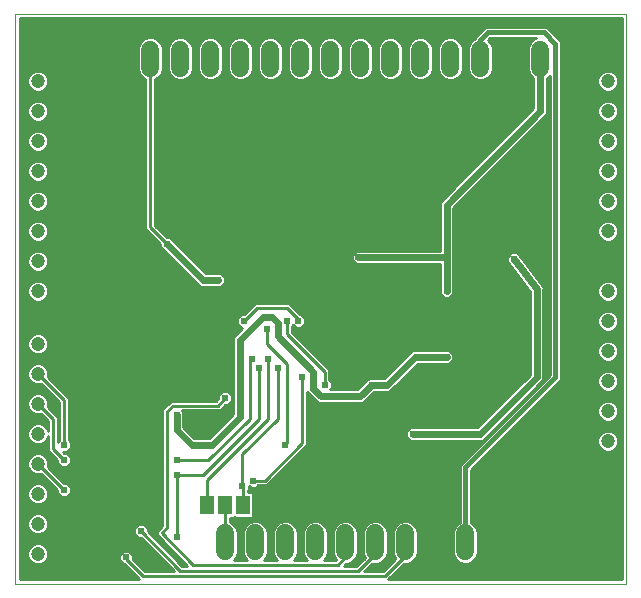
<source format=gbl>
G75*
%MOIN*%
%OFA0B0*%
%FSLAX24Y24*%
%IPPOS*%
%LPD*%
%AMOC8*
5,1,8,0,0,1.08239X$1,22.5*
%
%ADD10C,0.0000*%
%ADD11C,0.0600*%
%ADD12C,0.0472*%
%ADD13R,0.0460X0.0630*%
%ADD14C,0.0238*%
%ADD15C,0.0100*%
%ADD16C,0.0160*%
%ADD17C,0.0240*%
D10*
X000180Y000180D02*
X000180Y019176D01*
X020550Y019176D01*
X020550Y000180D01*
X000180Y000180D01*
D11*
X007180Y001255D02*
X007180Y001855D01*
X008180Y001855D02*
X008180Y001255D01*
X009180Y001255D02*
X009180Y001855D01*
X010180Y001855D02*
X010180Y001255D01*
X011180Y001255D02*
X011180Y001855D01*
X012180Y001855D02*
X012180Y001255D01*
X013180Y001255D02*
X013180Y001855D01*
X014180Y001855D02*
X014180Y001255D01*
X015180Y001255D02*
X015180Y001855D01*
X014680Y017380D02*
X014680Y017980D01*
X013680Y017980D02*
X013680Y017380D01*
X012680Y017380D02*
X012680Y017980D01*
X011680Y017980D02*
X011680Y017380D01*
X010680Y017380D02*
X010680Y017980D01*
X009680Y017980D02*
X009680Y017380D01*
X008680Y017380D02*
X008680Y017980D01*
X007680Y017980D02*
X007680Y017380D01*
X006680Y017380D02*
X006680Y017980D01*
X005680Y017980D02*
X005680Y017380D01*
X004680Y017380D02*
X004680Y017980D01*
X015680Y017980D02*
X015680Y017380D01*
X016680Y017380D02*
X016680Y017980D01*
X017680Y017980D02*
X017680Y017380D01*
D12*
X019930Y016930D03*
X019930Y015930D03*
X019930Y014930D03*
X019930Y013930D03*
X019930Y012930D03*
X019930Y011930D03*
X019930Y009930D03*
X019930Y008930D03*
X019930Y007930D03*
X019930Y006930D03*
X019930Y005930D03*
X019930Y004930D03*
X000930Y005180D03*
X000930Y006180D03*
X000930Y007180D03*
X000930Y008180D03*
X000930Y009930D03*
X000930Y010930D03*
X000930Y011930D03*
X000930Y012930D03*
X000930Y013930D03*
X000930Y014930D03*
X000930Y015930D03*
X000930Y016930D03*
X000930Y004180D03*
X000930Y003180D03*
X000930Y002180D03*
X000930Y001180D03*
D13*
X006580Y002805D03*
X007180Y002805D03*
X007780Y002805D03*
D14*
X007743Y003430D03*
X008118Y003618D03*
X009180Y004805D03*
X010493Y006805D03*
X009743Y007055D03*
X008922Y007375D03*
X008618Y007680D03*
X008305Y007368D03*
X008055Y007680D03*
X007180Y006805D03*
X007180Y006368D03*
X006743Y004805D03*
X005555Y004305D03*
X005555Y003805D03*
X005555Y005805D03*
X003618Y006555D03*
X003618Y007243D03*
X005805Y008618D03*
X006930Y010305D03*
X007805Y008930D03*
X008555Y008680D03*
X009243Y008930D03*
X009618Y008930D03*
X010430Y008180D03*
X011243Y009305D03*
X011618Y011055D03*
X010118Y011930D03*
X013180Y011743D03*
X014555Y009930D03*
X013180Y008868D03*
X013180Y008180D03*
X014555Y007743D03*
X016618Y007430D03*
X016993Y007430D03*
X017555Y007055D03*
X017555Y009180D03*
X016993Y009555D03*
X016618Y009555D03*
X016805Y010993D03*
X016618Y011805D03*
X016993Y011805D03*
X016993Y013805D03*
X016618Y013805D03*
X012055Y006805D03*
X013430Y005180D03*
X013555Y004305D03*
X013555Y003805D03*
X013555Y003305D03*
X005555Y001743D03*
X004368Y001930D03*
X003868Y001055D03*
X001805Y003305D03*
X001805Y004305D03*
X001805Y004805D03*
X003618Y011493D03*
X003618Y012180D03*
X003618Y012868D03*
X003618Y013555D03*
X005243Y011493D03*
D15*
X004680Y012055D01*
X004680Y017680D01*
X005090Y017713D02*
X005270Y017713D01*
X005270Y017615D02*
X005090Y017615D01*
X005090Y017516D02*
X005270Y017516D01*
X005270Y017418D02*
X005090Y017418D01*
X005090Y017319D02*
X005270Y017319D01*
X005270Y017298D02*
X005332Y017148D01*
X005448Y017032D01*
X005598Y016970D01*
X005762Y016970D01*
X005912Y017032D01*
X006028Y017148D01*
X006090Y017298D01*
X006090Y018062D01*
X006028Y018212D01*
X005912Y018328D01*
X005762Y018390D01*
X005598Y018390D01*
X005448Y018328D01*
X005332Y018212D01*
X005270Y018062D01*
X005270Y017298D01*
X005302Y017221D02*
X005058Y017221D01*
X005028Y017148D02*
X005090Y017298D01*
X005090Y018062D01*
X005028Y018212D01*
X004912Y018328D01*
X004762Y018390D01*
X004598Y018390D01*
X004448Y018328D01*
X004332Y018212D01*
X004270Y018062D01*
X004270Y017298D01*
X004332Y017148D01*
X004448Y017032D01*
X004520Y017002D01*
X004520Y011989D01*
X005013Y011496D01*
X005013Y011397D01*
X006335Y010075D01*
X006525Y010075D01*
X007025Y010075D01*
X007160Y010210D01*
X007160Y010400D01*
X007025Y010535D01*
X006525Y010535D01*
X005338Y011722D01*
X005239Y011722D01*
X004840Y012121D01*
X004840Y017002D01*
X004912Y017032D01*
X005028Y017148D01*
X005002Y017122D02*
X005358Y017122D01*
X005469Y017024D02*
X004891Y017024D01*
X004840Y016925D02*
X017450Y016925D01*
X017450Y016827D02*
X004840Y016827D01*
X004840Y016728D02*
X017450Y016728D01*
X017450Y016630D02*
X004840Y016630D01*
X004840Y016531D02*
X017450Y016531D01*
X017450Y016433D02*
X004840Y016433D01*
X004840Y016334D02*
X017450Y016334D01*
X017450Y016236D02*
X004840Y016236D01*
X004840Y016137D02*
X017450Y016137D01*
X017450Y016039D02*
X004840Y016039D01*
X004840Y015940D02*
X017365Y015940D01*
X017450Y016025D02*
X014460Y013035D01*
X014325Y012900D01*
X014325Y011285D01*
X011522Y011285D01*
X011388Y011150D01*
X011388Y010960D01*
X011522Y010825D01*
X014325Y010825D01*
X014325Y009835D01*
X014460Y009700D01*
X014650Y009700D01*
X014785Y009835D01*
X014785Y012710D01*
X017910Y015835D01*
X017910Y017031D01*
X017912Y017032D01*
X017990Y017110D01*
X017990Y007134D01*
X014990Y004134D01*
X014990Y002220D01*
X014948Y002203D01*
X014832Y002087D01*
X014770Y001937D01*
X014770Y001173D01*
X014832Y001023D01*
X014948Y000907D01*
X015098Y000845D01*
X015262Y000845D01*
X015412Y000907D01*
X015528Y001023D01*
X015590Y001173D01*
X015590Y001937D01*
X015528Y002087D01*
X015412Y002203D01*
X015370Y002220D01*
X015370Y003976D01*
X018259Y006865D01*
X018370Y006976D01*
X018370Y018259D01*
X017995Y018634D01*
X017884Y018745D01*
X015851Y018745D01*
X015601Y018495D01*
X015490Y018384D01*
X015490Y018345D01*
X015448Y018328D01*
X015332Y018212D01*
X015270Y018062D01*
X015270Y017298D01*
X015332Y017148D01*
X015448Y017032D01*
X015598Y016970D01*
X015762Y016970D01*
X015912Y017032D01*
X016028Y017148D01*
X016090Y017298D01*
X016090Y018062D01*
X016028Y018212D01*
X015942Y018298D01*
X016009Y018365D01*
X017538Y018365D01*
X017448Y018328D01*
X017332Y018212D01*
X017270Y018062D01*
X017270Y017298D01*
X017332Y017148D01*
X017448Y017032D01*
X017450Y017031D01*
X017450Y016025D01*
X017266Y015842D02*
X004840Y015842D01*
X004840Y015743D02*
X017168Y015743D01*
X017069Y015645D02*
X004840Y015645D01*
X004840Y015546D02*
X016971Y015546D01*
X016872Y015448D02*
X004840Y015448D01*
X004840Y015349D02*
X016774Y015349D01*
X016675Y015251D02*
X004840Y015251D01*
X004840Y015152D02*
X016577Y015152D01*
X016478Y015054D02*
X004840Y015054D01*
X004840Y014955D02*
X016380Y014955D01*
X016281Y014857D02*
X004840Y014857D01*
X004840Y014758D02*
X016183Y014758D01*
X016084Y014660D02*
X004840Y014660D01*
X004840Y014561D02*
X015986Y014561D01*
X015887Y014463D02*
X004840Y014463D01*
X004840Y014364D02*
X015789Y014364D01*
X015690Y014266D02*
X004840Y014266D01*
X004840Y014167D02*
X015592Y014167D01*
X015493Y014069D02*
X004840Y014069D01*
X004840Y013970D02*
X015395Y013970D01*
X015296Y013872D02*
X004840Y013872D01*
X004840Y013773D02*
X015198Y013773D01*
X015099Y013675D02*
X004840Y013675D01*
X004840Y013576D02*
X015001Y013576D01*
X014902Y013478D02*
X004840Y013478D01*
X004840Y013379D02*
X014804Y013379D01*
X014705Y013281D02*
X004840Y013281D01*
X004840Y013182D02*
X014607Y013182D01*
X014508Y013084D02*
X004840Y013084D01*
X004840Y012985D02*
X014410Y012985D01*
X014325Y012887D02*
X004840Y012887D01*
X004840Y012788D02*
X014325Y012788D01*
X014325Y012690D02*
X004840Y012690D01*
X004840Y012591D02*
X014325Y012591D01*
X014325Y012493D02*
X004840Y012493D01*
X004840Y012394D02*
X014325Y012394D01*
X014325Y012296D02*
X004840Y012296D01*
X004840Y012197D02*
X014325Y012197D01*
X014325Y012099D02*
X004863Y012099D01*
X004961Y012000D02*
X014325Y012000D01*
X014325Y011902D02*
X005060Y011902D01*
X005158Y011803D02*
X014325Y011803D01*
X014325Y011705D02*
X005356Y011705D01*
X005454Y011606D02*
X014325Y011606D01*
X014325Y011508D02*
X005553Y011508D01*
X005651Y011409D02*
X014325Y011409D01*
X014325Y011311D02*
X005750Y011311D01*
X005848Y011212D02*
X011449Y011212D01*
X011388Y011114D02*
X005947Y011114D01*
X006045Y011015D02*
X011388Y011015D01*
X011431Y010917D02*
X006144Y010917D01*
X006242Y010818D02*
X014325Y010818D01*
X014325Y010720D02*
X006341Y010720D01*
X006439Y010621D02*
X014325Y010621D01*
X014325Y010523D02*
X007038Y010523D01*
X007136Y010424D02*
X014325Y010424D01*
X014325Y010326D02*
X007160Y010326D01*
X007160Y010227D02*
X014325Y010227D01*
X014325Y010129D02*
X007079Y010129D01*
X006281Y010129D02*
X001221Y010129D01*
X001224Y010126D02*
X001126Y010224D01*
X000999Y010276D01*
X000861Y010276D01*
X000734Y010224D01*
X000636Y010126D01*
X000584Y009999D01*
X000584Y009861D01*
X000636Y009734D01*
X000734Y009636D01*
X000861Y009584D01*
X000999Y009584D01*
X001126Y009636D01*
X001224Y009734D01*
X001276Y009861D01*
X001276Y009999D01*
X001224Y010126D01*
X001263Y010030D02*
X014325Y010030D01*
X014325Y009932D02*
X001276Y009932D01*
X001265Y009833D02*
X014327Y009833D01*
X014425Y009735D02*
X001224Y009735D01*
X001125Y009636D02*
X017325Y009636D01*
X017325Y009538D02*
X000330Y009538D01*
X000330Y009636D02*
X000735Y009636D01*
X000636Y009735D02*
X000330Y009735D01*
X000330Y009833D02*
X000595Y009833D01*
X000584Y009932D02*
X000330Y009932D01*
X000330Y010030D02*
X000597Y010030D01*
X000639Y010129D02*
X000330Y010129D01*
X000330Y010227D02*
X000742Y010227D01*
X000861Y010584D02*
X000734Y010636D01*
X000636Y010734D01*
X000584Y010861D01*
X000584Y010999D01*
X000636Y011126D01*
X000734Y011224D01*
X000861Y011276D01*
X000999Y011276D01*
X001126Y011224D01*
X001224Y011126D01*
X001276Y010999D01*
X001276Y010861D01*
X001224Y010734D01*
X001126Y010636D01*
X000999Y010584D01*
X000861Y010584D01*
X000771Y010621D02*
X000330Y010621D01*
X000330Y010523D02*
X005887Y010523D01*
X005789Y010621D02*
X001089Y010621D01*
X001209Y010720D02*
X005690Y010720D01*
X005592Y010818D02*
X001258Y010818D01*
X001276Y010917D02*
X005493Y010917D01*
X005395Y011015D02*
X001270Y011015D01*
X001229Y011114D02*
X005296Y011114D01*
X005198Y011212D02*
X001138Y011212D01*
X000999Y011584D02*
X001126Y011636D01*
X001224Y011734D01*
X001276Y011861D01*
X001276Y011999D01*
X001224Y012126D01*
X001126Y012224D01*
X000999Y012276D01*
X000861Y012276D01*
X000734Y012224D01*
X000636Y012126D01*
X000584Y011999D01*
X000584Y011861D01*
X000636Y011734D01*
X000734Y011636D01*
X000861Y011584D01*
X000999Y011584D01*
X001053Y011606D02*
X004903Y011606D01*
X005001Y011508D02*
X000330Y011508D01*
X000330Y011606D02*
X000807Y011606D01*
X000666Y011705D02*
X000330Y011705D01*
X000330Y011803D02*
X000608Y011803D01*
X000584Y011902D02*
X000330Y011902D01*
X000330Y012000D02*
X000584Y012000D01*
X000625Y012099D02*
X000330Y012099D01*
X000330Y012197D02*
X000707Y012197D01*
X000330Y012296D02*
X004520Y012296D01*
X004520Y012394D02*
X000330Y012394D01*
X000330Y012493D02*
X004520Y012493D01*
X004520Y012591D02*
X001016Y012591D01*
X000999Y012584D02*
X001126Y012636D01*
X001224Y012734D01*
X001276Y012861D01*
X001276Y012999D01*
X001224Y013126D01*
X001126Y013224D01*
X000999Y013276D01*
X000861Y013276D01*
X000734Y013224D01*
X000636Y013126D01*
X000584Y012999D01*
X000584Y012861D01*
X000636Y012734D01*
X000734Y012636D01*
X000861Y012584D01*
X000999Y012584D01*
X000844Y012591D02*
X000330Y012591D01*
X000330Y012690D02*
X000681Y012690D01*
X000614Y012788D02*
X000330Y012788D01*
X000330Y012887D02*
X000584Y012887D01*
X000584Y012985D02*
X000330Y012985D01*
X000330Y013084D02*
X000619Y013084D01*
X000692Y013182D02*
X000330Y013182D01*
X000330Y013281D02*
X004520Y013281D01*
X004520Y013379D02*
X000330Y013379D01*
X000330Y013478D02*
X004520Y013478D01*
X004520Y013576D02*
X000330Y013576D01*
X000330Y013675D02*
X000696Y013675D01*
X000734Y013636D02*
X000861Y013584D01*
X000999Y013584D01*
X001126Y013636D01*
X001224Y013734D01*
X001276Y013861D01*
X001276Y013999D01*
X001224Y014126D01*
X001126Y014224D01*
X000999Y014276D01*
X000861Y014276D01*
X000734Y014224D01*
X000636Y014126D01*
X000584Y013999D01*
X000584Y013861D01*
X000636Y013734D01*
X000734Y013636D01*
X000620Y013773D02*
X000330Y013773D01*
X000330Y013872D02*
X000584Y013872D01*
X000584Y013970D02*
X000330Y013970D01*
X000330Y014069D02*
X000613Y014069D01*
X000677Y014167D02*
X000330Y014167D01*
X000330Y014266D02*
X000835Y014266D01*
X001025Y014266D02*
X004520Y014266D01*
X004520Y014364D02*
X000330Y014364D01*
X000330Y014463D02*
X004520Y014463D01*
X004520Y014561D02*
X000330Y014561D01*
X000330Y014660D02*
X000711Y014660D01*
X000734Y014636D02*
X000636Y014734D01*
X000584Y014861D01*
X000584Y014999D01*
X000636Y015126D01*
X000734Y015224D01*
X000861Y015276D01*
X000999Y015276D01*
X001126Y015224D01*
X001224Y015126D01*
X001276Y014999D01*
X001276Y014861D01*
X001224Y014734D01*
X001126Y014636D01*
X000999Y014584D01*
X000861Y014584D01*
X000734Y014636D01*
X000626Y014758D02*
X000330Y014758D01*
X000330Y014857D02*
X000586Y014857D01*
X000584Y014955D02*
X000330Y014955D01*
X000330Y015054D02*
X000606Y015054D01*
X000662Y015152D02*
X000330Y015152D01*
X000330Y015251D02*
X000799Y015251D01*
X001061Y015251D02*
X004520Y015251D01*
X004520Y015349D02*
X000330Y015349D01*
X000330Y015448D02*
X004520Y015448D01*
X004520Y015546D02*
X000330Y015546D01*
X000330Y015645D02*
X000726Y015645D01*
X000734Y015636D02*
X000861Y015584D01*
X000999Y015584D01*
X001126Y015636D01*
X001224Y015734D01*
X001276Y015861D01*
X001276Y015999D01*
X001224Y016126D01*
X001126Y016224D01*
X000999Y016276D01*
X000861Y016276D01*
X000734Y016224D01*
X000636Y016126D01*
X000584Y015999D01*
X000584Y015861D01*
X000636Y015734D01*
X000734Y015636D01*
X000633Y015743D02*
X000330Y015743D01*
X000330Y015842D02*
X000592Y015842D01*
X000584Y015940D02*
X000330Y015940D01*
X000330Y016039D02*
X000600Y016039D01*
X000647Y016137D02*
X000330Y016137D01*
X000330Y016236D02*
X000763Y016236D01*
X000861Y016584D02*
X000999Y016584D01*
X001126Y016636D01*
X001224Y016734D01*
X001276Y016861D01*
X001276Y016999D01*
X001224Y017126D01*
X001126Y017224D01*
X000999Y017276D01*
X000861Y017276D01*
X000734Y017224D01*
X000636Y017126D01*
X000584Y016999D01*
X000584Y016861D01*
X000636Y016734D01*
X000734Y016636D01*
X000861Y016584D01*
X000751Y016630D02*
X000330Y016630D01*
X000330Y016728D02*
X000642Y016728D01*
X000598Y016827D02*
X000330Y016827D01*
X000330Y016925D02*
X000584Y016925D01*
X000594Y017024D02*
X000330Y017024D01*
X000330Y017122D02*
X000635Y017122D01*
X000731Y017221D02*
X000330Y017221D01*
X000330Y017319D02*
X004270Y017319D01*
X004270Y017418D02*
X000330Y017418D01*
X000330Y017516D02*
X004270Y017516D01*
X004270Y017615D02*
X000330Y017615D01*
X000330Y017713D02*
X004270Y017713D01*
X004270Y017812D02*
X000330Y017812D01*
X000330Y017910D02*
X004270Y017910D01*
X004270Y018009D02*
X000330Y018009D01*
X000330Y018107D02*
X004289Y018107D01*
X004330Y018206D02*
X000330Y018206D01*
X000330Y018304D02*
X004424Y018304D01*
X004936Y018304D02*
X005424Y018304D01*
X005330Y018206D02*
X005030Y018206D01*
X005071Y018107D02*
X005289Y018107D01*
X005270Y018009D02*
X005090Y018009D01*
X005090Y017910D02*
X005270Y017910D01*
X005270Y017812D02*
X005090Y017812D01*
X005936Y018304D02*
X006424Y018304D01*
X006448Y018328D02*
X006332Y018212D01*
X006270Y018062D01*
X006270Y017298D01*
X006332Y017148D01*
X006448Y017032D01*
X006598Y016970D01*
X006762Y016970D01*
X006912Y017032D01*
X007028Y017148D01*
X007090Y017298D01*
X007090Y018062D01*
X007028Y018212D01*
X006912Y018328D01*
X006762Y018390D01*
X006598Y018390D01*
X006448Y018328D01*
X006330Y018206D02*
X006030Y018206D01*
X006071Y018107D02*
X006289Y018107D01*
X006270Y018009D02*
X006090Y018009D01*
X006090Y017910D02*
X006270Y017910D01*
X006270Y017812D02*
X006090Y017812D01*
X006090Y017713D02*
X006270Y017713D01*
X006270Y017615D02*
X006090Y017615D01*
X006090Y017516D02*
X006270Y017516D01*
X006270Y017418D02*
X006090Y017418D01*
X006090Y017319D02*
X006270Y017319D01*
X006302Y017221D02*
X006058Y017221D01*
X006002Y017122D02*
X006358Y017122D01*
X006469Y017024D02*
X005891Y017024D01*
X006891Y017024D02*
X007469Y017024D01*
X007448Y017032D02*
X007598Y016970D01*
X007762Y016970D01*
X007912Y017032D01*
X008028Y017148D01*
X008090Y017298D01*
X008090Y018062D01*
X008028Y018212D01*
X007912Y018328D01*
X007762Y018390D01*
X007598Y018390D01*
X007448Y018328D01*
X007332Y018212D01*
X007270Y018062D01*
X007270Y017298D01*
X007332Y017148D01*
X007448Y017032D01*
X007358Y017122D02*
X007002Y017122D01*
X007058Y017221D02*
X007302Y017221D01*
X007270Y017319D02*
X007090Y017319D01*
X007090Y017418D02*
X007270Y017418D01*
X007270Y017516D02*
X007090Y017516D01*
X007090Y017615D02*
X007270Y017615D01*
X007270Y017713D02*
X007090Y017713D01*
X007090Y017812D02*
X007270Y017812D01*
X007270Y017910D02*
X007090Y017910D01*
X007090Y018009D02*
X007270Y018009D01*
X007289Y018107D02*
X007071Y018107D01*
X007030Y018206D02*
X007330Y018206D01*
X007424Y018304D02*
X006936Y018304D01*
X007936Y018304D02*
X008424Y018304D01*
X008448Y018328D02*
X008332Y018212D01*
X008270Y018062D01*
X008270Y017298D01*
X008332Y017148D01*
X008448Y017032D01*
X008598Y016970D01*
X008762Y016970D01*
X008912Y017032D01*
X009028Y017148D01*
X009090Y017298D01*
X009090Y018062D01*
X009028Y018212D01*
X008912Y018328D01*
X008762Y018390D01*
X008598Y018390D01*
X008448Y018328D01*
X008330Y018206D02*
X008030Y018206D01*
X008071Y018107D02*
X008289Y018107D01*
X008270Y018009D02*
X008090Y018009D01*
X008090Y017910D02*
X008270Y017910D01*
X008270Y017812D02*
X008090Y017812D01*
X008090Y017713D02*
X008270Y017713D01*
X008270Y017615D02*
X008090Y017615D01*
X008090Y017516D02*
X008270Y017516D01*
X008270Y017418D02*
X008090Y017418D01*
X008090Y017319D02*
X008270Y017319D01*
X008302Y017221D02*
X008058Y017221D01*
X008002Y017122D02*
X008358Y017122D01*
X008469Y017024D02*
X007891Y017024D01*
X008891Y017024D02*
X009469Y017024D01*
X009448Y017032D02*
X009598Y016970D01*
X009762Y016970D01*
X009912Y017032D01*
X010028Y017148D01*
X010090Y017298D01*
X010090Y018062D01*
X010028Y018212D01*
X009912Y018328D01*
X009762Y018390D01*
X009598Y018390D01*
X009448Y018328D01*
X009332Y018212D01*
X009270Y018062D01*
X009270Y017298D01*
X009332Y017148D01*
X009448Y017032D01*
X009358Y017122D02*
X009002Y017122D01*
X009058Y017221D02*
X009302Y017221D01*
X009270Y017319D02*
X009090Y017319D01*
X009090Y017418D02*
X009270Y017418D01*
X009270Y017516D02*
X009090Y017516D01*
X009090Y017615D02*
X009270Y017615D01*
X009270Y017713D02*
X009090Y017713D01*
X009090Y017812D02*
X009270Y017812D01*
X009270Y017910D02*
X009090Y017910D01*
X009090Y018009D02*
X009270Y018009D01*
X009289Y018107D02*
X009071Y018107D01*
X009030Y018206D02*
X009330Y018206D01*
X009424Y018304D02*
X008936Y018304D01*
X009936Y018304D02*
X010424Y018304D01*
X010448Y018328D02*
X010332Y018212D01*
X010270Y018062D01*
X010270Y017298D01*
X010332Y017148D01*
X010448Y017032D01*
X010598Y016970D01*
X010762Y016970D01*
X010912Y017032D01*
X011028Y017148D01*
X011090Y017298D01*
X011090Y018062D01*
X011028Y018212D01*
X010912Y018328D01*
X010762Y018390D01*
X010598Y018390D01*
X010448Y018328D01*
X010330Y018206D02*
X010030Y018206D01*
X010071Y018107D02*
X010289Y018107D01*
X010270Y018009D02*
X010090Y018009D01*
X010090Y017910D02*
X010270Y017910D01*
X010270Y017812D02*
X010090Y017812D01*
X010090Y017713D02*
X010270Y017713D01*
X010270Y017615D02*
X010090Y017615D01*
X010090Y017516D02*
X010270Y017516D01*
X010270Y017418D02*
X010090Y017418D01*
X010090Y017319D02*
X010270Y017319D01*
X010302Y017221D02*
X010058Y017221D01*
X010002Y017122D02*
X010358Y017122D01*
X010469Y017024D02*
X009891Y017024D01*
X010891Y017024D02*
X011469Y017024D01*
X011448Y017032D02*
X011598Y016970D01*
X011762Y016970D01*
X011912Y017032D01*
X012028Y017148D01*
X012090Y017298D01*
X012090Y018062D01*
X012028Y018212D01*
X011912Y018328D01*
X011762Y018390D01*
X011598Y018390D01*
X011448Y018328D01*
X011332Y018212D01*
X011270Y018062D01*
X011270Y017298D01*
X011332Y017148D01*
X011448Y017032D01*
X011358Y017122D02*
X011002Y017122D01*
X011058Y017221D02*
X011302Y017221D01*
X011270Y017319D02*
X011090Y017319D01*
X011090Y017418D02*
X011270Y017418D01*
X011270Y017516D02*
X011090Y017516D01*
X011090Y017615D02*
X011270Y017615D01*
X011270Y017713D02*
X011090Y017713D01*
X011090Y017812D02*
X011270Y017812D01*
X011270Y017910D02*
X011090Y017910D01*
X011090Y018009D02*
X011270Y018009D01*
X011289Y018107D02*
X011071Y018107D01*
X011030Y018206D02*
X011330Y018206D01*
X011424Y018304D02*
X010936Y018304D01*
X011936Y018304D02*
X012424Y018304D01*
X012448Y018328D02*
X012332Y018212D01*
X012270Y018062D01*
X012270Y017298D01*
X012332Y017148D01*
X012448Y017032D01*
X012598Y016970D01*
X012762Y016970D01*
X012912Y017032D01*
X013028Y017148D01*
X013090Y017298D01*
X013090Y018062D01*
X013028Y018212D01*
X012912Y018328D01*
X012762Y018390D01*
X012598Y018390D01*
X012448Y018328D01*
X012330Y018206D02*
X012030Y018206D01*
X012071Y018107D02*
X012289Y018107D01*
X012270Y018009D02*
X012090Y018009D01*
X012090Y017910D02*
X012270Y017910D01*
X012270Y017812D02*
X012090Y017812D01*
X012090Y017713D02*
X012270Y017713D01*
X012270Y017615D02*
X012090Y017615D01*
X012090Y017516D02*
X012270Y017516D01*
X012270Y017418D02*
X012090Y017418D01*
X012090Y017319D02*
X012270Y017319D01*
X012302Y017221D02*
X012058Y017221D01*
X012002Y017122D02*
X012358Y017122D01*
X012469Y017024D02*
X011891Y017024D01*
X012891Y017024D02*
X013469Y017024D01*
X013448Y017032D02*
X013598Y016970D01*
X013762Y016970D01*
X013912Y017032D01*
X014028Y017148D01*
X014090Y017298D01*
X014090Y018062D01*
X014028Y018212D01*
X013912Y018328D01*
X013762Y018390D01*
X013598Y018390D01*
X013448Y018328D01*
X013332Y018212D01*
X013270Y018062D01*
X013270Y017298D01*
X013332Y017148D01*
X013448Y017032D01*
X013358Y017122D02*
X013002Y017122D01*
X013058Y017221D02*
X013302Y017221D01*
X013270Y017319D02*
X013090Y017319D01*
X013090Y017418D02*
X013270Y017418D01*
X013270Y017516D02*
X013090Y017516D01*
X013090Y017615D02*
X013270Y017615D01*
X013270Y017713D02*
X013090Y017713D01*
X013090Y017812D02*
X013270Y017812D01*
X013270Y017910D02*
X013090Y017910D01*
X013090Y018009D02*
X013270Y018009D01*
X013289Y018107D02*
X013071Y018107D01*
X013030Y018206D02*
X013330Y018206D01*
X013424Y018304D02*
X012936Y018304D01*
X013936Y018304D02*
X014424Y018304D01*
X014448Y018328D02*
X014332Y018212D01*
X014270Y018062D01*
X014270Y017298D01*
X014332Y017148D01*
X014448Y017032D01*
X014598Y016970D01*
X014762Y016970D01*
X014912Y017032D01*
X015028Y017148D01*
X015090Y017298D01*
X015090Y018062D01*
X015028Y018212D01*
X014912Y018328D01*
X014762Y018390D01*
X014598Y018390D01*
X014448Y018328D01*
X014330Y018206D02*
X014030Y018206D01*
X014071Y018107D02*
X014289Y018107D01*
X014270Y018009D02*
X014090Y018009D01*
X014090Y017910D02*
X014270Y017910D01*
X014270Y017812D02*
X014090Y017812D01*
X014090Y017713D02*
X014270Y017713D01*
X014270Y017615D02*
X014090Y017615D01*
X014090Y017516D02*
X014270Y017516D01*
X014270Y017418D02*
X014090Y017418D01*
X014090Y017319D02*
X014270Y017319D01*
X014302Y017221D02*
X014058Y017221D01*
X014002Y017122D02*
X014358Y017122D01*
X014469Y017024D02*
X013891Y017024D01*
X014891Y017024D02*
X015469Y017024D01*
X015358Y017122D02*
X015002Y017122D01*
X015058Y017221D02*
X015302Y017221D01*
X015270Y017319D02*
X015090Y017319D01*
X015090Y017418D02*
X015270Y017418D01*
X015270Y017516D02*
X015090Y017516D01*
X015090Y017615D02*
X015270Y017615D01*
X015270Y017713D02*
X015090Y017713D01*
X015090Y017812D02*
X015270Y017812D01*
X015270Y017910D02*
X015090Y017910D01*
X015090Y018009D02*
X015270Y018009D01*
X015289Y018107D02*
X015071Y018107D01*
X015030Y018206D02*
X015330Y018206D01*
X015424Y018304D02*
X014936Y018304D01*
X015509Y018403D02*
X000330Y018403D01*
X000330Y018501D02*
X015607Y018501D01*
X015706Y018600D02*
X000330Y018600D01*
X000330Y018698D02*
X015804Y018698D01*
X015948Y018304D02*
X017424Y018304D01*
X017330Y018206D02*
X016030Y018206D01*
X016071Y018107D02*
X017289Y018107D01*
X017270Y018009D02*
X016090Y018009D01*
X016090Y017910D02*
X017270Y017910D01*
X017270Y017812D02*
X016090Y017812D01*
X016090Y017713D02*
X017270Y017713D01*
X017270Y017615D02*
X016090Y017615D01*
X016090Y017516D02*
X017270Y017516D01*
X017270Y017418D02*
X016090Y017418D01*
X016090Y017319D02*
X017270Y017319D01*
X017302Y017221D02*
X016058Y017221D01*
X016002Y017122D02*
X017358Y017122D01*
X017450Y017024D02*
X015891Y017024D01*
X017424Y015349D02*
X017990Y015349D01*
X017990Y015251D02*
X017326Y015251D01*
X017227Y015152D02*
X017990Y015152D01*
X017990Y015054D02*
X017129Y015054D01*
X017030Y014955D02*
X017990Y014955D01*
X017990Y014857D02*
X016932Y014857D01*
X016833Y014758D02*
X017990Y014758D01*
X017990Y014660D02*
X016735Y014660D01*
X016636Y014561D02*
X017990Y014561D01*
X017990Y014463D02*
X016538Y014463D01*
X016439Y014364D02*
X017990Y014364D01*
X017990Y014266D02*
X016341Y014266D01*
X016242Y014167D02*
X017990Y014167D01*
X017990Y014069D02*
X016144Y014069D01*
X016045Y013970D02*
X017990Y013970D01*
X017990Y013872D02*
X015947Y013872D01*
X015848Y013773D02*
X017990Y013773D01*
X017990Y013675D02*
X015750Y013675D01*
X015651Y013576D02*
X017990Y013576D01*
X017990Y013478D02*
X015553Y013478D01*
X015454Y013379D02*
X017990Y013379D01*
X017990Y013281D02*
X015356Y013281D01*
X015257Y013182D02*
X017990Y013182D01*
X017990Y013084D02*
X015159Y013084D01*
X015060Y012985D02*
X017990Y012985D01*
X017990Y012887D02*
X014962Y012887D01*
X014863Y012788D02*
X017990Y012788D01*
X017990Y012690D02*
X014785Y012690D01*
X014785Y012591D02*
X017990Y012591D01*
X017990Y012493D02*
X014785Y012493D01*
X014785Y012394D02*
X017990Y012394D01*
X017990Y012296D02*
X014785Y012296D01*
X014785Y012197D02*
X017990Y012197D01*
X017990Y012099D02*
X014785Y012099D01*
X014785Y012000D02*
X017990Y012000D01*
X017990Y011902D02*
X014785Y011902D01*
X014785Y011803D02*
X017990Y011803D01*
X017990Y011705D02*
X014785Y011705D01*
X014785Y011606D02*
X017990Y011606D01*
X017990Y011508D02*
X014785Y011508D01*
X014785Y011409D02*
X017990Y011409D01*
X017990Y011311D02*
X014785Y011311D01*
X014785Y011212D02*
X016701Y011212D01*
X016710Y011222D02*
X016659Y011171D01*
X016591Y011119D01*
X016588Y011099D01*
X016576Y011087D01*
X016576Y011015D01*
X014785Y011015D01*
X014785Y010917D02*
X016574Y010917D01*
X016576Y010915D02*
X016576Y010898D01*
X016627Y010847D01*
X017325Y009916D01*
X017325Y007150D01*
X015585Y005410D01*
X013335Y005410D01*
X013200Y005275D01*
X013200Y005085D01*
X013335Y004950D01*
X015775Y004950D01*
X015910Y005085D01*
X017785Y006960D01*
X017785Y007150D01*
X017785Y009085D01*
X017785Y009976D01*
X017796Y010054D01*
X017785Y010069D01*
X017785Y010088D01*
X017729Y010144D01*
X017034Y011070D01*
X017034Y011087D01*
X016983Y011138D01*
X016932Y011207D01*
X016912Y011210D01*
X016900Y011222D01*
X016828Y011222D01*
X016743Y011234D01*
X016727Y011222D01*
X016710Y011222D01*
X016590Y011114D02*
X014785Y011114D01*
X014785Y010818D02*
X016648Y010818D01*
X016576Y010915D02*
X016564Y010931D01*
X016576Y011015D01*
X016722Y010720D02*
X014785Y010720D01*
X014785Y010621D02*
X016796Y010621D01*
X016870Y010523D02*
X014785Y010523D01*
X014785Y010424D02*
X016944Y010424D01*
X017018Y010326D02*
X014785Y010326D01*
X014785Y010227D02*
X017092Y010227D01*
X017165Y010129D02*
X014785Y010129D01*
X014785Y010030D02*
X017239Y010030D01*
X017313Y009932D02*
X014785Y009932D01*
X014783Y009833D02*
X017325Y009833D01*
X017325Y009735D02*
X014685Y009735D01*
X014650Y007972D02*
X013397Y007972D01*
X013263Y007838D01*
X012460Y007035D01*
X011960Y007035D01*
X011585Y006660D01*
X010671Y006660D01*
X010722Y006710D01*
X010722Y006900D01*
X010652Y006969D01*
X010652Y007309D01*
X010559Y007402D01*
X009402Y008559D01*
X009402Y008766D01*
X009430Y008794D01*
X009523Y008701D01*
X009712Y008701D01*
X009847Y008835D01*
X009847Y009025D01*
X009712Y009159D01*
X009677Y009159D01*
X009309Y009527D01*
X008176Y009527D01*
X008083Y009434D01*
X007808Y009159D01*
X007710Y009159D01*
X007576Y009025D01*
X007576Y008835D01*
X007710Y008701D01*
X007751Y008701D01*
X007585Y008535D01*
X007450Y008400D01*
X007450Y005838D01*
X006647Y005035D01*
X006150Y005035D01*
X005785Y005400D01*
X005785Y005900D01*
X005728Y005958D01*
X006996Y005958D01*
X007090Y006051D01*
X007090Y006051D01*
X007177Y006138D01*
X007275Y006138D01*
X007409Y006273D01*
X007409Y006462D01*
X007275Y006597D01*
X007085Y006597D01*
X006951Y006462D01*
X006951Y006365D01*
X006864Y006277D01*
X005364Y006277D01*
X005270Y006184D01*
X005083Y005996D01*
X005083Y002121D01*
X004895Y001934D01*
X004895Y001801D01*
X004989Y001708D01*
X005919Y000777D01*
X005746Y000777D01*
X004597Y001927D01*
X004597Y002025D01*
X004462Y002159D01*
X004273Y002159D01*
X004138Y002025D01*
X004138Y001835D01*
X004273Y001701D01*
X004370Y001701D01*
X005481Y000590D01*
X004496Y000590D01*
X004097Y000990D01*
X004097Y001150D01*
X003962Y001284D01*
X003773Y001284D01*
X003638Y001150D01*
X003638Y000960D01*
X003773Y000826D01*
X003808Y000826D01*
X004304Y000330D01*
X000330Y000330D01*
X000330Y019026D01*
X020400Y019026D01*
X020400Y000330D01*
X012619Y000330D01*
X012652Y000364D01*
X013134Y000845D01*
X013262Y000845D01*
X013412Y000907D01*
X013528Y001023D01*
X013590Y001173D01*
X013590Y001937D01*
X013528Y002087D01*
X013412Y002203D01*
X013262Y002265D01*
X013098Y002265D01*
X012948Y002203D01*
X012832Y002087D01*
X012770Y001937D01*
X012770Y001173D01*
X012832Y001023D01*
X012846Y001009D01*
X012426Y000590D01*
X011816Y000590D01*
X012079Y000853D01*
X012098Y000845D01*
X012262Y000845D01*
X012412Y000907D01*
X012528Y001023D01*
X012590Y001173D01*
X012590Y001937D01*
X012528Y002087D01*
X012412Y002203D01*
X012262Y002265D01*
X012098Y002265D01*
X011948Y002203D01*
X011832Y002087D01*
X011770Y001937D01*
X011770Y001173D01*
X011822Y001048D01*
X011551Y000777D01*
X011129Y000777D01*
X011196Y000845D01*
X011262Y000845D01*
X011412Y000907D01*
X011528Y001023D01*
X011590Y001173D01*
X011590Y001937D01*
X011528Y002087D01*
X011412Y002203D01*
X011262Y002265D01*
X011098Y002265D01*
X010948Y002203D01*
X010832Y002087D01*
X010770Y001937D01*
X010770Y001173D01*
X010832Y001023D01*
X010877Y000978D01*
X010864Y000965D01*
X010470Y000965D01*
X010528Y001023D01*
X010590Y001173D01*
X010590Y001937D01*
X010528Y002087D01*
X010412Y002203D01*
X010262Y002265D01*
X010098Y002265D01*
X009948Y002203D01*
X009832Y002087D01*
X009770Y001937D01*
X009770Y001173D01*
X009832Y001023D01*
X009890Y000965D01*
X009470Y000965D01*
X009528Y001023D01*
X009590Y001173D01*
X009590Y001937D01*
X009528Y002087D01*
X009412Y002203D01*
X009262Y002265D01*
X009098Y002265D01*
X008948Y002203D01*
X008832Y002087D01*
X008770Y001937D01*
X008770Y001173D01*
X008832Y001023D01*
X008890Y000965D01*
X008470Y000965D01*
X008528Y001023D01*
X008590Y001173D01*
X008590Y001937D01*
X008528Y002087D01*
X008412Y002203D01*
X008262Y002265D01*
X008098Y002265D01*
X007948Y002203D01*
X007832Y002087D01*
X007770Y001937D01*
X007770Y001173D01*
X007832Y001023D01*
X007890Y000965D01*
X007470Y000965D01*
X007528Y001023D01*
X007590Y001173D01*
X007590Y001937D01*
X007528Y002087D01*
X007412Y002203D01*
X007340Y002233D01*
X007340Y002380D01*
X007456Y002380D01*
X007480Y002404D01*
X007504Y002380D01*
X008056Y002380D01*
X008120Y002444D01*
X008120Y003166D01*
X008056Y003230D01*
X007940Y003230D01*
X007940Y003304D01*
X007972Y003335D01*
X007972Y003440D01*
X008023Y003388D01*
X008212Y003388D01*
X008281Y003458D01*
X008559Y003458D01*
X009809Y004708D01*
X009902Y004801D01*
X009902Y006570D01*
X010138Y006335D01*
X010272Y006200D01*
X011775Y006200D01*
X012150Y006575D01*
X012650Y006575D01*
X012785Y006710D01*
X013588Y007513D01*
X014650Y007513D01*
X014785Y007647D01*
X014785Y007838D01*
X014650Y007972D01*
X014661Y007962D02*
X017325Y007962D01*
X017325Y008060D02*
X009901Y008060D01*
X009803Y008159D02*
X017325Y008159D01*
X017325Y008257D02*
X009704Y008257D01*
X009606Y008356D02*
X017325Y008356D01*
X017325Y008454D02*
X009507Y008454D01*
X009409Y008553D02*
X017325Y008553D01*
X017325Y008651D02*
X009402Y008651D01*
X009402Y008750D02*
X009474Y008750D01*
X009618Y008930D02*
X009618Y008993D01*
X009243Y009368D01*
X008243Y009368D01*
X007805Y008930D01*
X007576Y008947D02*
X000330Y008947D01*
X000330Y009045D02*
X007596Y009045D01*
X007695Y009144D02*
X000330Y009144D01*
X000330Y009242D02*
X007891Y009242D01*
X007989Y009341D02*
X000330Y009341D01*
X000330Y009439D02*
X008088Y009439D01*
X007576Y008848D02*
X000330Y008848D01*
X000330Y008750D02*
X007662Y008750D01*
X007701Y008651D02*
X000330Y008651D01*
X000330Y008553D02*
X007602Y008553D01*
X007504Y008454D02*
X001146Y008454D01*
X001126Y008474D02*
X000999Y008526D01*
X000861Y008526D01*
X000734Y008474D01*
X000636Y008376D01*
X000584Y008249D01*
X000584Y008111D01*
X000636Y007984D01*
X000734Y007886D01*
X000861Y007834D01*
X000999Y007834D01*
X001126Y007886D01*
X001224Y007984D01*
X001276Y008111D01*
X001276Y008249D01*
X001224Y008376D01*
X001126Y008474D01*
X001232Y008356D02*
X007450Y008356D01*
X007450Y008257D02*
X001273Y008257D01*
X001276Y008159D02*
X007450Y008159D01*
X007450Y008060D02*
X001255Y008060D01*
X001201Y007962D02*
X007450Y007962D01*
X007450Y007863D02*
X001069Y007863D01*
X000791Y007863D02*
X000330Y007863D01*
X000330Y007765D02*
X007450Y007765D01*
X007450Y007666D02*
X000330Y007666D01*
X000330Y007568D02*
X007450Y007568D01*
X007450Y007469D02*
X001131Y007469D01*
X001126Y007474D02*
X000999Y007526D01*
X000861Y007526D01*
X000734Y007474D01*
X000636Y007376D01*
X000584Y007249D01*
X000584Y007111D01*
X000636Y006984D01*
X000734Y006886D01*
X000861Y006834D01*
X000999Y006834D01*
X001035Y006849D01*
X001645Y006239D01*
X001645Y004969D01*
X001590Y004914D01*
X001590Y005746D01*
X001261Y006075D01*
X001276Y006111D01*
X001276Y006249D01*
X001224Y006376D01*
X001126Y006474D01*
X000999Y006526D01*
X000861Y006526D01*
X000734Y006474D01*
X000636Y006376D01*
X000584Y006249D01*
X000584Y006111D01*
X000636Y005984D01*
X000734Y005886D01*
X000861Y005834D01*
X000999Y005834D01*
X001035Y005849D01*
X001270Y005614D01*
X001270Y005264D01*
X001224Y005376D01*
X001126Y005474D01*
X000999Y005526D01*
X000861Y005526D01*
X000734Y005474D01*
X000636Y005376D01*
X000584Y005249D01*
X000584Y005111D01*
X000636Y004984D01*
X000734Y004886D01*
X000861Y004834D01*
X000999Y004834D01*
X001126Y004886D01*
X001224Y004984D01*
X001270Y005096D01*
X001270Y004614D01*
X001364Y004520D01*
X001576Y004308D01*
X001576Y004210D01*
X001710Y004076D01*
X001900Y004076D01*
X002034Y004210D01*
X002034Y004400D01*
X001900Y004534D01*
X001802Y004534D01*
X001760Y004576D01*
X001900Y004576D01*
X002034Y004710D01*
X002034Y004900D01*
X001965Y004969D01*
X001965Y006371D01*
X001261Y007075D01*
X001276Y007111D01*
X001276Y007249D01*
X001224Y007376D01*
X001126Y007474D01*
X001226Y007371D02*
X007450Y007371D01*
X007450Y007272D02*
X001267Y007272D01*
X001276Y007174D02*
X007450Y007174D01*
X007450Y007075D02*
X001261Y007075D01*
X001360Y006977D02*
X007450Y006977D01*
X007450Y006878D02*
X001458Y006878D01*
X001557Y006780D02*
X007450Y006780D01*
X007450Y006681D02*
X001655Y006681D01*
X001754Y006583D02*
X007071Y006583D01*
X006973Y006484D02*
X001852Y006484D01*
X001951Y006386D02*
X006951Y006386D01*
X006873Y006287D02*
X001965Y006287D01*
X001965Y006189D02*
X005275Y006189D01*
X005176Y006090D02*
X001965Y006090D01*
X001965Y005992D02*
X005083Y005992D01*
X005083Y005893D02*
X001965Y005893D01*
X001965Y005795D02*
X005083Y005795D01*
X005083Y005696D02*
X001965Y005696D01*
X001965Y005598D02*
X005083Y005598D01*
X005083Y005499D02*
X001965Y005499D01*
X001965Y005401D02*
X005083Y005401D01*
X005083Y005302D02*
X001965Y005302D01*
X001965Y005204D02*
X005083Y005204D01*
X005083Y005105D02*
X001965Y005105D01*
X001965Y005007D02*
X005083Y005007D01*
X005083Y004908D02*
X002026Y004908D01*
X002034Y004810D02*
X005083Y004810D01*
X005083Y004711D02*
X002034Y004711D01*
X001936Y004613D02*
X005083Y004613D01*
X005083Y004514D02*
X001920Y004514D01*
X002018Y004416D02*
X005083Y004416D01*
X005083Y004317D02*
X002034Y004317D01*
X002034Y004219D02*
X005083Y004219D01*
X005083Y004120D02*
X001944Y004120D01*
X001805Y004305D02*
X001430Y004680D01*
X001430Y005680D01*
X000930Y006180D01*
X000646Y006386D02*
X000330Y006386D01*
X000330Y006484D02*
X000759Y006484D01*
X000600Y006287D02*
X000330Y006287D01*
X000330Y006189D02*
X000584Y006189D01*
X000593Y006090D02*
X000330Y006090D01*
X000330Y005992D02*
X000633Y005992D01*
X000727Y005893D02*
X000330Y005893D01*
X000330Y005795D02*
X001089Y005795D01*
X001188Y005696D02*
X000330Y005696D01*
X000330Y005598D02*
X001270Y005598D01*
X001270Y005499D02*
X001065Y005499D01*
X001199Y005401D02*
X001270Y005401D01*
X001270Y005302D02*
X001254Y005302D01*
X001233Y005007D02*
X001270Y005007D01*
X001270Y004908D02*
X001148Y004908D01*
X001270Y004810D02*
X000330Y004810D01*
X000330Y004908D02*
X000712Y004908D01*
X000627Y005007D02*
X000330Y005007D01*
X000330Y005105D02*
X000586Y005105D01*
X000584Y005204D02*
X000330Y005204D01*
X000330Y005302D02*
X000606Y005302D01*
X000661Y005401D02*
X000330Y005401D01*
X000330Y005499D02*
X000795Y005499D01*
X001345Y005992D02*
X001645Y005992D01*
X001645Y006090D02*
X001267Y006090D01*
X001276Y006189D02*
X001645Y006189D01*
X001597Y006287D02*
X001260Y006287D01*
X001214Y006386D02*
X001498Y006386D01*
X001400Y006484D02*
X001101Y006484D01*
X001203Y006681D02*
X000330Y006681D01*
X000330Y006583D02*
X001301Y006583D01*
X001104Y006780D02*
X000330Y006780D01*
X000330Y006878D02*
X000754Y006878D01*
X000644Y006977D02*
X000330Y006977D01*
X000330Y007075D02*
X000599Y007075D01*
X000584Y007174D02*
X000330Y007174D01*
X000330Y007272D02*
X000593Y007272D01*
X000634Y007371D02*
X000330Y007371D01*
X000330Y007469D02*
X000729Y007469D01*
X000930Y007180D02*
X001805Y006305D01*
X001805Y004805D01*
X001645Y005007D02*
X001590Y005007D01*
X001590Y005105D02*
X001645Y005105D01*
X001645Y005204D02*
X001590Y005204D01*
X001590Y005302D02*
X001645Y005302D01*
X001645Y005401D02*
X001590Y005401D01*
X001590Y005499D02*
X001645Y005499D01*
X001645Y005598D02*
X001590Y005598D01*
X001590Y005696D02*
X001645Y005696D01*
X001645Y005795D02*
X001542Y005795D01*
X001443Y005893D02*
X001645Y005893D01*
X001270Y004711D02*
X000330Y004711D01*
X000330Y004613D02*
X001271Y004613D01*
X001370Y004514D02*
X001028Y004514D01*
X000999Y004526D02*
X000861Y004526D01*
X000734Y004474D01*
X000636Y004376D01*
X000584Y004249D01*
X000584Y004111D01*
X000636Y003984D01*
X000734Y003886D01*
X000861Y003834D01*
X000999Y003834D01*
X001035Y003849D01*
X001576Y003308D01*
X001576Y003210D01*
X001710Y003076D01*
X001900Y003076D01*
X002034Y003210D01*
X002034Y003400D01*
X001900Y003534D01*
X001802Y003534D01*
X001261Y004075D01*
X001276Y004111D01*
X001276Y004249D01*
X001224Y004376D01*
X001126Y004474D01*
X000999Y004526D01*
X000832Y004514D02*
X000330Y004514D01*
X000330Y004416D02*
X000676Y004416D01*
X000612Y004317D02*
X000330Y004317D01*
X000330Y004219D02*
X000584Y004219D01*
X000584Y004120D02*
X000330Y004120D01*
X000330Y004022D02*
X000621Y004022D01*
X000697Y003923D02*
X000330Y003923D01*
X000330Y003825D02*
X001059Y003825D01*
X001158Y003726D02*
X000330Y003726D01*
X000330Y003628D02*
X001256Y003628D01*
X001355Y003529D02*
X000330Y003529D01*
X000330Y003431D02*
X000691Y003431D01*
X000734Y003474D02*
X000636Y003376D01*
X000584Y003249D01*
X000584Y003111D01*
X000636Y002984D01*
X000734Y002886D01*
X000861Y002834D01*
X000999Y002834D01*
X001126Y002886D01*
X001224Y002984D01*
X001276Y003111D01*
X001276Y003249D01*
X001224Y003376D01*
X001126Y003474D01*
X000999Y003526D01*
X000861Y003526D01*
X000734Y003474D01*
X000618Y003332D02*
X000330Y003332D01*
X000330Y003234D02*
X000584Y003234D01*
X000584Y003135D02*
X000330Y003135D01*
X000330Y003037D02*
X000615Y003037D01*
X000682Y002938D02*
X000330Y002938D01*
X000330Y002840D02*
X000847Y002840D01*
X001013Y002840D02*
X005083Y002840D01*
X005083Y002938D02*
X001178Y002938D01*
X001245Y003037D02*
X005083Y003037D01*
X005083Y003135D02*
X001959Y003135D01*
X002034Y003234D02*
X005083Y003234D01*
X005083Y003332D02*
X002034Y003332D01*
X002003Y003431D02*
X005083Y003431D01*
X005083Y003529D02*
X001905Y003529D01*
X001709Y003628D02*
X005083Y003628D01*
X005083Y003726D02*
X001610Y003726D01*
X001512Y003825D02*
X005083Y003825D01*
X005083Y003923D02*
X001413Y003923D01*
X001315Y004022D02*
X005083Y004022D01*
X005555Y003805D02*
X005555Y001743D01*
X005236Y001461D02*
X005063Y001461D01*
X005137Y001559D02*
X004965Y001559D01*
X005039Y001658D02*
X004866Y001658D01*
X004940Y001756D02*
X004768Y001756D01*
X004669Y001855D02*
X004895Y001855D01*
X004914Y001953D02*
X004597Y001953D01*
X004570Y002052D02*
X005013Y002052D01*
X005083Y002150D02*
X004471Y002150D01*
X004264Y002150D02*
X001276Y002150D01*
X001276Y002111D02*
X001224Y001984D01*
X001126Y001886D01*
X000999Y001834D01*
X000861Y001834D01*
X000734Y001886D01*
X000636Y001984D01*
X000584Y002111D01*
X000584Y002249D01*
X000636Y002376D01*
X000734Y002474D01*
X000861Y002526D01*
X000999Y002526D01*
X001126Y002474D01*
X001224Y002376D01*
X001276Y002249D01*
X001276Y002111D01*
X001252Y002052D02*
X004165Y002052D01*
X004138Y001953D02*
X001193Y001953D01*
X001049Y001855D02*
X004138Y001855D01*
X004218Y001756D02*
X000330Y001756D01*
X000330Y001658D02*
X004414Y001658D01*
X004512Y001559D02*
X000330Y001559D01*
X000330Y001461D02*
X000721Y001461D01*
X000734Y001474D02*
X000636Y001376D01*
X000584Y001249D01*
X000584Y001111D01*
X000636Y000984D01*
X000734Y000886D01*
X000861Y000834D01*
X000999Y000834D01*
X001126Y000886D01*
X001224Y000984D01*
X001276Y001111D01*
X001276Y001249D01*
X001224Y001376D01*
X001126Y001474D01*
X000999Y001526D01*
X000861Y001526D01*
X000734Y001474D01*
X000631Y001362D02*
X000330Y001362D01*
X000330Y001264D02*
X000590Y001264D01*
X000584Y001165D02*
X000330Y001165D01*
X000330Y001067D02*
X000602Y001067D01*
X000652Y000968D02*
X000330Y000968D01*
X000330Y000870D02*
X000775Y000870D01*
X001085Y000870D02*
X003729Y000870D01*
X003638Y000968D02*
X001208Y000968D01*
X001258Y001067D02*
X003638Y001067D01*
X003654Y001165D02*
X001276Y001165D01*
X001270Y001264D02*
X003752Y001264D01*
X003868Y001055D02*
X003868Y000993D01*
X004430Y000430D01*
X012493Y000430D01*
X013180Y001118D01*
X013180Y001555D01*
X013590Y001559D02*
X014770Y001559D01*
X014770Y001461D02*
X013590Y001461D01*
X013590Y001362D02*
X014770Y001362D01*
X014770Y001264D02*
X013590Y001264D01*
X013587Y001165D02*
X014773Y001165D01*
X014814Y001067D02*
X013546Y001067D01*
X013473Y000968D02*
X014887Y000968D01*
X015039Y000870D02*
X013321Y000870D01*
X013060Y000771D02*
X020400Y000771D01*
X020400Y000673D02*
X012961Y000673D01*
X012863Y000574D02*
X020400Y000574D01*
X020400Y000476D02*
X012764Y000476D01*
X012666Y000377D02*
X020400Y000377D01*
X020400Y000870D02*
X015321Y000870D01*
X015473Y000968D02*
X020400Y000968D01*
X020400Y001067D02*
X015546Y001067D01*
X015587Y001165D02*
X020400Y001165D01*
X020400Y001264D02*
X015590Y001264D01*
X015590Y001362D02*
X020400Y001362D01*
X020400Y001461D02*
X015590Y001461D01*
X015590Y001559D02*
X020400Y001559D01*
X020400Y001658D02*
X015590Y001658D01*
X015590Y001756D02*
X020400Y001756D01*
X020400Y001855D02*
X015590Y001855D01*
X015583Y001953D02*
X020400Y001953D01*
X020400Y002052D02*
X015542Y002052D01*
X015465Y002150D02*
X020400Y002150D01*
X020400Y002249D02*
X015370Y002249D01*
X015370Y002347D02*
X020400Y002347D01*
X020400Y002446D02*
X015370Y002446D01*
X015370Y002544D02*
X020400Y002544D01*
X020400Y002643D02*
X015370Y002643D01*
X015370Y002741D02*
X020400Y002741D01*
X020400Y002840D02*
X015370Y002840D01*
X015370Y002938D02*
X020400Y002938D01*
X020400Y003037D02*
X015370Y003037D01*
X015370Y003135D02*
X020400Y003135D01*
X020400Y003234D02*
X015370Y003234D01*
X015370Y003332D02*
X020400Y003332D01*
X020400Y003431D02*
X015370Y003431D01*
X015370Y003529D02*
X020400Y003529D01*
X020400Y003628D02*
X015370Y003628D01*
X015370Y003726D02*
X020400Y003726D01*
X020400Y003825D02*
X015370Y003825D01*
X015370Y003923D02*
X020400Y003923D01*
X020400Y004022D02*
X015415Y004022D01*
X015514Y004120D02*
X020400Y004120D01*
X020400Y004219D02*
X015612Y004219D01*
X015711Y004317D02*
X020400Y004317D01*
X020400Y004416D02*
X015809Y004416D01*
X015908Y004514D02*
X020400Y004514D01*
X020400Y004613D02*
X020068Y004613D01*
X020126Y004636D02*
X020224Y004734D01*
X020276Y004861D01*
X020276Y004999D01*
X020224Y005126D01*
X020126Y005224D01*
X019999Y005276D01*
X019861Y005276D01*
X019734Y005224D01*
X019636Y005126D01*
X019584Y004999D01*
X019584Y004861D01*
X019636Y004734D01*
X019734Y004636D01*
X019861Y004584D01*
X019999Y004584D01*
X020126Y004636D01*
X020201Y004711D02*
X020400Y004711D01*
X020400Y004810D02*
X020255Y004810D01*
X020276Y004908D02*
X020400Y004908D01*
X020400Y005007D02*
X020273Y005007D01*
X020232Y005105D02*
X020400Y005105D01*
X020400Y005204D02*
X020146Y005204D01*
X020400Y005302D02*
X016696Y005302D01*
X016794Y005401D02*
X020400Y005401D01*
X020400Y005499D02*
X016893Y005499D01*
X016991Y005598D02*
X019828Y005598D01*
X019861Y005584D02*
X019999Y005584D01*
X020126Y005636D01*
X020224Y005734D01*
X020276Y005861D01*
X020276Y005999D01*
X020224Y006126D01*
X020126Y006224D01*
X019999Y006276D01*
X019861Y006276D01*
X019734Y006224D01*
X019636Y006126D01*
X019584Y005999D01*
X019584Y005861D01*
X019636Y005734D01*
X019734Y005636D01*
X019861Y005584D01*
X020032Y005598D02*
X020400Y005598D01*
X020400Y005696D02*
X020186Y005696D01*
X020249Y005795D02*
X020400Y005795D01*
X020400Y005893D02*
X020276Y005893D01*
X020276Y005992D02*
X020400Y005992D01*
X020400Y006090D02*
X020238Y006090D01*
X020161Y006189D02*
X020400Y006189D01*
X020400Y006287D02*
X017681Y006287D01*
X017779Y006386D02*
X020400Y006386D01*
X020400Y006484D02*
X017878Y006484D01*
X017976Y006583D02*
X020400Y006583D01*
X020400Y006681D02*
X020171Y006681D01*
X020126Y006636D02*
X020224Y006734D01*
X020276Y006861D01*
X020276Y006999D01*
X020224Y007126D01*
X020126Y007224D01*
X019999Y007276D01*
X019861Y007276D01*
X019734Y007224D01*
X019636Y007126D01*
X019584Y006999D01*
X019584Y006861D01*
X019636Y006734D01*
X019734Y006636D01*
X019861Y006584D01*
X019999Y006584D01*
X020126Y006636D01*
X020242Y006780D02*
X020400Y006780D01*
X020400Y006878D02*
X020276Y006878D01*
X020276Y006977D02*
X020400Y006977D01*
X020400Y007075D02*
X020245Y007075D01*
X020176Y007174D02*
X020400Y007174D01*
X020400Y007272D02*
X020009Y007272D01*
X019851Y007272D02*
X018370Y007272D01*
X018370Y007174D02*
X019684Y007174D01*
X019615Y007075D02*
X018370Y007075D01*
X018370Y006977D02*
X019584Y006977D01*
X019584Y006878D02*
X018272Y006878D01*
X018173Y006780D02*
X019618Y006780D01*
X019689Y006681D02*
X018075Y006681D01*
X017833Y006977D02*
X017785Y006977D01*
X017785Y007075D02*
X017931Y007075D01*
X017990Y007174D02*
X017785Y007174D01*
X017785Y007272D02*
X017990Y007272D01*
X017990Y007371D02*
X017785Y007371D01*
X017785Y007469D02*
X017990Y007469D01*
X017990Y007568D02*
X017785Y007568D01*
X017785Y007666D02*
X017990Y007666D01*
X017990Y007765D02*
X017785Y007765D01*
X017785Y007863D02*
X017990Y007863D01*
X017990Y007962D02*
X017785Y007962D01*
X017785Y008060D02*
X017990Y008060D01*
X017990Y008159D02*
X017785Y008159D01*
X017785Y008257D02*
X017990Y008257D01*
X017990Y008356D02*
X017785Y008356D01*
X017785Y008454D02*
X017990Y008454D01*
X017990Y008553D02*
X017785Y008553D01*
X017785Y008651D02*
X017990Y008651D01*
X017990Y008750D02*
X017785Y008750D01*
X017785Y008848D02*
X017990Y008848D01*
X017990Y008947D02*
X017785Y008947D01*
X017785Y009045D02*
X017990Y009045D01*
X017990Y009144D02*
X017785Y009144D01*
X017785Y009242D02*
X017990Y009242D01*
X017990Y009341D02*
X017785Y009341D01*
X017785Y009439D02*
X017990Y009439D01*
X017990Y009538D02*
X017785Y009538D01*
X017785Y009636D02*
X017990Y009636D01*
X017990Y009735D02*
X017785Y009735D01*
X017785Y009833D02*
X017990Y009833D01*
X017990Y009932D02*
X017785Y009932D01*
X017793Y010030D02*
X017990Y010030D01*
X017990Y010129D02*
X017744Y010129D01*
X017667Y010227D02*
X017990Y010227D01*
X017990Y010326D02*
X017593Y010326D01*
X017519Y010424D02*
X017990Y010424D01*
X017990Y010523D02*
X017445Y010523D01*
X017371Y010621D02*
X017990Y010621D01*
X017990Y010720D02*
X017297Y010720D01*
X017223Y010818D02*
X017990Y010818D01*
X017990Y010917D02*
X017149Y010917D01*
X017076Y011015D02*
X017990Y011015D01*
X017990Y011114D02*
X017008Y011114D01*
X016909Y011212D02*
X017990Y011212D01*
X018370Y011212D02*
X020400Y011212D01*
X020400Y011114D02*
X018370Y011114D01*
X018370Y011015D02*
X020400Y011015D01*
X020400Y010917D02*
X018370Y010917D01*
X018370Y010818D02*
X020400Y010818D01*
X020400Y010720D02*
X018370Y010720D01*
X018370Y010621D02*
X020400Y010621D01*
X020400Y010523D02*
X018370Y010523D01*
X018370Y010424D02*
X020400Y010424D01*
X020400Y010326D02*
X018370Y010326D01*
X018370Y010227D02*
X019742Y010227D01*
X019734Y010224D02*
X019636Y010126D01*
X019584Y009999D01*
X019584Y009861D01*
X019636Y009734D01*
X019734Y009636D01*
X019861Y009584D01*
X019999Y009584D01*
X020126Y009636D01*
X020224Y009734D01*
X020276Y009861D01*
X020276Y009999D01*
X020224Y010126D01*
X020126Y010224D01*
X019999Y010276D01*
X019861Y010276D01*
X019734Y010224D01*
X019639Y010129D02*
X018370Y010129D01*
X018370Y010030D02*
X019597Y010030D01*
X019584Y009932D02*
X018370Y009932D01*
X018370Y009833D02*
X019595Y009833D01*
X019636Y009735D02*
X018370Y009735D01*
X018370Y009636D02*
X019735Y009636D01*
X019861Y009276D02*
X019734Y009224D01*
X019636Y009126D01*
X019584Y008999D01*
X019584Y008861D01*
X019636Y008734D01*
X019734Y008636D01*
X019861Y008584D01*
X019999Y008584D01*
X020126Y008636D01*
X020224Y008734D01*
X020276Y008861D01*
X020276Y008999D01*
X020224Y009126D01*
X020126Y009224D01*
X019999Y009276D01*
X019861Y009276D01*
X019779Y009242D02*
X018370Y009242D01*
X018370Y009144D02*
X019654Y009144D01*
X019603Y009045D02*
X018370Y009045D01*
X018370Y008947D02*
X019584Y008947D01*
X019589Y008848D02*
X018370Y008848D01*
X018370Y008750D02*
X019630Y008750D01*
X019719Y008651D02*
X018370Y008651D01*
X018370Y008553D02*
X020400Y008553D01*
X020400Y008651D02*
X020141Y008651D01*
X020230Y008750D02*
X020400Y008750D01*
X020400Y008848D02*
X020271Y008848D01*
X020276Y008947D02*
X020400Y008947D01*
X020400Y009045D02*
X020257Y009045D01*
X020206Y009144D02*
X020400Y009144D01*
X020400Y009242D02*
X020081Y009242D01*
X020400Y009341D02*
X018370Y009341D01*
X018370Y009439D02*
X020400Y009439D01*
X020400Y009538D02*
X018370Y009538D01*
X017325Y009439D02*
X009397Y009439D01*
X009496Y009341D02*
X017325Y009341D01*
X017325Y009242D02*
X009594Y009242D01*
X009728Y009144D02*
X017325Y009144D01*
X017325Y009045D02*
X009826Y009045D01*
X009847Y008947D02*
X017325Y008947D01*
X017325Y008848D02*
X009847Y008848D01*
X009761Y008750D02*
X017325Y008750D01*
X017325Y007863D02*
X014760Y007863D01*
X014785Y007765D02*
X017325Y007765D01*
X017325Y007666D02*
X014785Y007666D01*
X014705Y007568D02*
X017325Y007568D01*
X017325Y007469D02*
X013544Y007469D01*
X013446Y007371D02*
X017325Y007371D01*
X017325Y007272D02*
X013347Y007272D01*
X013249Y007174D02*
X017325Y007174D01*
X017250Y007075D02*
X013150Y007075D01*
X013052Y006977D02*
X017151Y006977D01*
X017053Y006878D02*
X012953Y006878D01*
X012855Y006780D02*
X016954Y006780D01*
X016856Y006681D02*
X012756Y006681D01*
X012658Y006583D02*
X016757Y006583D01*
X016659Y006484D02*
X012059Y006484D01*
X011961Y006386D02*
X016560Y006386D01*
X016462Y006287D02*
X011862Y006287D01*
X011606Y006681D02*
X010692Y006681D01*
X010722Y006780D02*
X011704Y006780D01*
X011803Y006878D02*
X010722Y006878D01*
X010652Y006977D02*
X011901Y006977D01*
X012500Y007075D02*
X010652Y007075D01*
X010652Y007174D02*
X012598Y007174D01*
X012697Y007272D02*
X010652Y007272D01*
X010591Y007371D02*
X012795Y007371D01*
X012894Y007469D02*
X010492Y007469D01*
X010394Y007568D02*
X012992Y007568D01*
X013091Y007666D02*
X010295Y007666D01*
X010197Y007765D02*
X013189Y007765D01*
X013263Y007838D02*
X013263Y007838D01*
X013288Y007863D02*
X010098Y007863D01*
X010000Y007962D02*
X013386Y007962D01*
X013325Y005401D02*
X009902Y005401D01*
X009902Y005499D02*
X015674Y005499D01*
X015772Y005598D02*
X009902Y005598D01*
X009902Y005696D02*
X015871Y005696D01*
X015969Y005795D02*
X009902Y005795D01*
X009902Y005893D02*
X016068Y005893D01*
X016166Y005992D02*
X009902Y005992D01*
X009902Y006090D02*
X016265Y006090D01*
X016363Y006189D02*
X009902Y006189D01*
X009902Y006287D02*
X010185Y006287D01*
X010087Y006386D02*
X009902Y006386D01*
X009902Y006484D02*
X009988Y006484D01*
X009743Y007055D02*
X009743Y004868D01*
X008493Y003618D01*
X008118Y003618D01*
X008254Y003431D02*
X014990Y003431D01*
X014990Y003529D02*
X008630Y003529D01*
X008729Y003628D02*
X014990Y003628D01*
X014990Y003726D02*
X008827Y003726D01*
X008926Y003825D02*
X014990Y003825D01*
X014990Y003923D02*
X009024Y003923D01*
X009123Y004022D02*
X014990Y004022D01*
X014990Y004120D02*
X009221Y004120D01*
X009320Y004219D02*
X015075Y004219D01*
X015173Y004317D02*
X009418Y004317D01*
X009517Y004416D02*
X015272Y004416D01*
X015370Y004514D02*
X009615Y004514D01*
X009714Y004613D02*
X015469Y004613D01*
X015567Y004711D02*
X009812Y004711D01*
X009902Y004810D02*
X015666Y004810D01*
X015764Y004908D02*
X009902Y004908D01*
X009902Y005007D02*
X013278Y005007D01*
X013200Y005105D02*
X009902Y005105D01*
X009902Y005204D02*
X013200Y005204D01*
X013227Y005302D02*
X009902Y005302D01*
X009243Y004868D02*
X009180Y004805D01*
X009243Y004868D02*
X009243Y007493D01*
X008555Y008180D01*
X008555Y008680D01*
X009243Y008493D02*
X009243Y008930D01*
X009243Y008493D02*
X010493Y007243D01*
X010493Y006805D01*
X008922Y007375D02*
X008922Y005672D01*
X007743Y004493D01*
X007743Y003430D01*
X007780Y003393D01*
X007780Y002805D01*
X008120Y002840D02*
X014990Y002840D01*
X014990Y002938D02*
X008120Y002938D01*
X008120Y003037D02*
X014990Y003037D01*
X014990Y003135D02*
X008120Y003135D01*
X007940Y003234D02*
X014990Y003234D01*
X014990Y003332D02*
X007968Y003332D01*
X007972Y003431D02*
X007981Y003431D01*
X008120Y002741D02*
X014990Y002741D01*
X014990Y002643D02*
X008120Y002643D01*
X008120Y002544D02*
X014990Y002544D01*
X014990Y002446D02*
X008120Y002446D01*
X008059Y002249D02*
X007340Y002249D01*
X007340Y002347D02*
X014990Y002347D01*
X014990Y002249D02*
X013301Y002249D01*
X013465Y002150D02*
X014895Y002150D01*
X014818Y002052D02*
X013542Y002052D01*
X013583Y001953D02*
X014777Y001953D01*
X014770Y001855D02*
X013590Y001855D01*
X013590Y001756D02*
X014770Y001756D01*
X014770Y001658D02*
X013590Y001658D01*
X013059Y002249D02*
X012301Y002249D01*
X012465Y002150D02*
X012895Y002150D01*
X012818Y002052D02*
X012542Y002052D01*
X012583Y001953D02*
X012777Y001953D01*
X012770Y001855D02*
X012590Y001855D01*
X012590Y001756D02*
X012770Y001756D01*
X012770Y001658D02*
X012590Y001658D01*
X012590Y001559D02*
X012770Y001559D01*
X012770Y001461D02*
X012590Y001461D01*
X012590Y001362D02*
X012770Y001362D01*
X012770Y001264D02*
X012590Y001264D01*
X012587Y001165D02*
X012773Y001165D01*
X012814Y001067D02*
X012546Y001067D01*
X012473Y000968D02*
X012804Y000968D01*
X012706Y000870D02*
X012321Y000870D01*
X012509Y000673D02*
X011899Y000673D01*
X011997Y000771D02*
X012607Y000771D01*
X012180Y001180D02*
X011618Y000618D01*
X005680Y000618D01*
X004368Y001930D01*
X004611Y001461D02*
X001139Y001461D01*
X001229Y001362D02*
X004709Y001362D01*
X004808Y001264D02*
X003983Y001264D01*
X004081Y001165D02*
X004906Y001165D01*
X005005Y001067D02*
X004097Y001067D01*
X004118Y000968D02*
X005103Y000968D01*
X005202Y000870D02*
X004217Y000870D01*
X004315Y000771D02*
X005300Y000771D01*
X005399Y000673D02*
X004414Y000673D01*
X004158Y000476D02*
X000330Y000476D01*
X000330Y000574D02*
X004060Y000574D01*
X003961Y000673D02*
X000330Y000673D01*
X000330Y000771D02*
X003863Y000771D01*
X004257Y000377D02*
X000330Y000377D01*
X000330Y001855D02*
X000811Y001855D01*
X000667Y001953D02*
X000330Y001953D01*
X000330Y002052D02*
X000608Y002052D01*
X000584Y002150D02*
X000330Y002150D01*
X000330Y002249D02*
X000584Y002249D01*
X000624Y002347D02*
X000330Y002347D01*
X000330Y002446D02*
X000706Y002446D01*
X000330Y002544D02*
X005083Y002544D01*
X005083Y002446D02*
X001154Y002446D01*
X001236Y002347D02*
X005083Y002347D01*
X005083Y002249D02*
X001276Y002249D01*
X001276Y003135D02*
X001651Y003135D01*
X001576Y003234D02*
X001276Y003234D01*
X001242Y003332D02*
X001552Y003332D01*
X001453Y003431D02*
X001169Y003431D01*
X001805Y003305D02*
X000930Y004180D01*
X001248Y004317D02*
X001567Y004317D01*
X001576Y004219D02*
X001276Y004219D01*
X001276Y004120D02*
X001666Y004120D01*
X001468Y004416D02*
X001184Y004416D01*
X000330Y002741D02*
X005083Y002741D01*
X005083Y002643D02*
X000330Y002643D01*
X005055Y001868D02*
X005243Y002055D01*
X005243Y005930D01*
X005430Y006118D01*
X006930Y006118D01*
X007180Y006368D01*
X007409Y006386D02*
X007450Y006386D01*
X007450Y006484D02*
X007387Y006484D01*
X007450Y006583D02*
X007289Y006583D01*
X007409Y006287D02*
X007450Y006287D01*
X007450Y006189D02*
X007325Y006189D01*
X007450Y006090D02*
X007129Y006090D01*
X007030Y005992D02*
X007450Y005992D01*
X007450Y005893D02*
X005785Y005893D01*
X005785Y005795D02*
X007407Y005795D01*
X007308Y005696D02*
X005785Y005696D01*
X005785Y005598D02*
X007210Y005598D01*
X007111Y005499D02*
X005785Y005499D01*
X005785Y005401D02*
X007013Y005401D01*
X006914Y005302D02*
X005883Y005302D01*
X005982Y005204D02*
X006816Y005204D01*
X006717Y005105D02*
X006080Y005105D01*
X005555Y004305D02*
X006618Y004305D01*
X007993Y005680D01*
X007993Y007618D01*
X008055Y007680D01*
X008305Y007368D02*
X008305Y005680D01*
X006430Y003805D01*
X005555Y003805D01*
X006580Y003643D02*
X006580Y002805D01*
X007180Y002805D02*
X007180Y001555D01*
X007590Y001559D02*
X007770Y001559D01*
X007770Y001461D02*
X007590Y001461D01*
X007590Y001362D02*
X007770Y001362D01*
X007770Y001264D02*
X007590Y001264D01*
X007587Y001165D02*
X007773Y001165D01*
X007814Y001067D02*
X007546Y001067D01*
X007473Y000968D02*
X007887Y000968D01*
X008473Y000968D02*
X008887Y000968D01*
X008814Y001067D02*
X008546Y001067D01*
X008587Y001165D02*
X008773Y001165D01*
X008770Y001264D02*
X008590Y001264D01*
X008590Y001362D02*
X008770Y001362D01*
X008770Y001461D02*
X008590Y001461D01*
X008590Y001559D02*
X008770Y001559D01*
X008770Y001658D02*
X008590Y001658D01*
X008590Y001756D02*
X008770Y001756D01*
X008770Y001855D02*
X008590Y001855D01*
X008583Y001953D02*
X008777Y001953D01*
X008818Y002052D02*
X008542Y002052D01*
X008465Y002150D02*
X008895Y002150D01*
X009059Y002249D02*
X008301Y002249D01*
X007895Y002150D02*
X007465Y002150D01*
X007542Y002052D02*
X007818Y002052D01*
X007777Y001953D02*
X007583Y001953D01*
X007590Y001855D02*
X007770Y001855D01*
X007770Y001756D02*
X007590Y001756D01*
X007590Y001658D02*
X007770Y001658D01*
X009301Y002249D02*
X010059Y002249D01*
X009895Y002150D02*
X009465Y002150D01*
X009542Y002052D02*
X009818Y002052D01*
X009777Y001953D02*
X009583Y001953D01*
X009590Y001855D02*
X009770Y001855D01*
X009770Y001756D02*
X009590Y001756D01*
X009590Y001658D02*
X009770Y001658D01*
X009770Y001559D02*
X009590Y001559D01*
X009590Y001461D02*
X009770Y001461D01*
X009770Y001362D02*
X009590Y001362D01*
X009590Y001264D02*
X009770Y001264D01*
X009773Y001165D02*
X009587Y001165D01*
X009546Y001067D02*
X009814Y001067D01*
X009887Y000968D02*
X009473Y000968D01*
X010473Y000968D02*
X010867Y000968D01*
X010814Y001067D02*
X010546Y001067D01*
X010587Y001165D02*
X010773Y001165D01*
X010770Y001264D02*
X010590Y001264D01*
X010590Y001362D02*
X010770Y001362D01*
X010770Y001461D02*
X010590Y001461D01*
X010590Y001559D02*
X010770Y001559D01*
X010770Y001658D02*
X010590Y001658D01*
X010590Y001756D02*
X010770Y001756D01*
X010770Y001855D02*
X010590Y001855D01*
X010583Y001953D02*
X010777Y001953D01*
X010818Y002052D02*
X010542Y002052D01*
X010465Y002150D02*
X010895Y002150D01*
X011059Y002249D02*
X010301Y002249D01*
X011180Y001555D02*
X011180Y001055D01*
X010930Y000805D01*
X006118Y000805D01*
X005055Y001868D01*
X005162Y001362D02*
X005334Y001362D01*
X005260Y001264D02*
X005433Y001264D01*
X005359Y001165D02*
X005531Y001165D01*
X005457Y001067D02*
X005630Y001067D01*
X005556Y000968D02*
X005728Y000968D01*
X005654Y000870D02*
X005827Y000870D01*
X006580Y003643D02*
X008618Y005680D01*
X008618Y007680D01*
X006183Y010227D02*
X001118Y010227D01*
X000651Y010720D02*
X000330Y010720D01*
X000330Y010818D02*
X000602Y010818D01*
X000584Y010917D02*
X000330Y010917D01*
X000330Y011015D02*
X000590Y011015D01*
X000631Y011114D02*
X000330Y011114D01*
X000330Y011212D02*
X000722Y011212D01*
X000330Y011311D02*
X005099Y011311D01*
X005013Y011409D02*
X000330Y011409D01*
X001194Y011705D02*
X004804Y011705D01*
X004706Y011803D02*
X001252Y011803D01*
X001276Y011902D02*
X004607Y011902D01*
X004520Y012000D02*
X001276Y012000D01*
X001235Y012099D02*
X004520Y012099D01*
X004520Y012197D02*
X001153Y012197D01*
X001179Y012690D02*
X004520Y012690D01*
X004520Y012788D02*
X001246Y012788D01*
X001276Y012887D02*
X004520Y012887D01*
X004520Y012985D02*
X001276Y012985D01*
X001241Y013084D02*
X004520Y013084D01*
X004520Y013182D02*
X001168Y013182D01*
X001164Y013675D02*
X004520Y013675D01*
X004520Y013773D02*
X001240Y013773D01*
X001276Y013872D02*
X004520Y013872D01*
X004520Y013970D02*
X001276Y013970D01*
X001247Y014069D02*
X004520Y014069D01*
X004520Y014167D02*
X001183Y014167D01*
X001149Y014660D02*
X004520Y014660D01*
X004520Y014758D02*
X001234Y014758D01*
X001274Y014857D02*
X004520Y014857D01*
X004520Y014955D02*
X001276Y014955D01*
X001254Y015054D02*
X004520Y015054D01*
X004520Y015152D02*
X001198Y015152D01*
X001134Y015645D02*
X004520Y015645D01*
X004520Y015743D02*
X001227Y015743D01*
X001268Y015842D02*
X004520Y015842D01*
X004520Y015940D02*
X001276Y015940D01*
X001260Y016039D02*
X004520Y016039D01*
X004520Y016137D02*
X001213Y016137D01*
X001097Y016236D02*
X004520Y016236D01*
X004520Y016334D02*
X000330Y016334D01*
X000330Y016433D02*
X004520Y016433D01*
X004520Y016531D02*
X000330Y016531D01*
X001109Y016630D02*
X004520Y016630D01*
X004520Y016728D02*
X001218Y016728D01*
X001262Y016827D02*
X004520Y016827D01*
X004520Y016925D02*
X001276Y016925D01*
X001266Y017024D02*
X004469Y017024D01*
X004358Y017122D02*
X001225Y017122D01*
X001129Y017221D02*
X004302Y017221D01*
X000330Y018797D02*
X020400Y018797D01*
X020400Y018895D02*
X000330Y018895D01*
X000330Y018994D02*
X020400Y018994D01*
X020400Y018698D02*
X017931Y018698D01*
X018029Y018600D02*
X020400Y018600D01*
X020400Y018501D02*
X018128Y018501D01*
X018226Y018403D02*
X020400Y018403D01*
X020400Y018304D02*
X018325Y018304D01*
X018370Y018206D02*
X020400Y018206D01*
X020400Y018107D02*
X018370Y018107D01*
X018370Y018009D02*
X020400Y018009D01*
X020400Y017910D02*
X018370Y017910D01*
X018370Y017812D02*
X020400Y017812D01*
X020400Y017713D02*
X018370Y017713D01*
X018370Y017615D02*
X020400Y017615D01*
X020400Y017516D02*
X018370Y017516D01*
X018370Y017418D02*
X020400Y017418D01*
X020400Y017319D02*
X018370Y017319D01*
X018370Y017221D02*
X019731Y017221D01*
X019734Y017224D02*
X019636Y017126D01*
X019584Y016999D01*
X019584Y016861D01*
X019636Y016734D01*
X019734Y016636D01*
X019861Y016584D01*
X019999Y016584D01*
X020126Y016636D01*
X020224Y016734D01*
X020276Y016861D01*
X020276Y016999D01*
X020224Y017126D01*
X020126Y017224D01*
X019999Y017276D01*
X019861Y017276D01*
X019734Y017224D01*
X019635Y017122D02*
X018370Y017122D01*
X018370Y017024D02*
X019594Y017024D01*
X019584Y016925D02*
X018370Y016925D01*
X018370Y016827D02*
X019598Y016827D01*
X019642Y016728D02*
X018370Y016728D01*
X018370Y016630D02*
X019751Y016630D01*
X019861Y016276D02*
X019734Y016224D01*
X019636Y016126D01*
X019584Y015999D01*
X019584Y015861D01*
X019636Y015734D01*
X019734Y015636D01*
X019861Y015584D01*
X019999Y015584D01*
X020126Y015636D01*
X020224Y015734D01*
X020276Y015861D01*
X020276Y015999D01*
X020224Y016126D01*
X020126Y016224D01*
X019999Y016276D01*
X019861Y016276D01*
X019763Y016236D02*
X018370Y016236D01*
X018370Y016334D02*
X020400Y016334D01*
X020400Y016236D02*
X020097Y016236D01*
X020213Y016137D02*
X020400Y016137D01*
X020400Y016039D02*
X020260Y016039D01*
X020276Y015940D02*
X020400Y015940D01*
X020400Y015842D02*
X020268Y015842D01*
X020227Y015743D02*
X020400Y015743D01*
X020400Y015645D02*
X020134Y015645D01*
X020400Y015546D02*
X018370Y015546D01*
X018370Y015448D02*
X020400Y015448D01*
X020400Y015349D02*
X018370Y015349D01*
X018370Y015251D02*
X019799Y015251D01*
X019861Y015276D02*
X019734Y015224D01*
X019636Y015126D01*
X019584Y014999D01*
X019584Y014861D01*
X019636Y014734D01*
X019734Y014636D01*
X019861Y014584D01*
X019999Y014584D01*
X020126Y014636D01*
X020224Y014734D01*
X020276Y014861D01*
X020276Y014999D01*
X020224Y015126D01*
X020126Y015224D01*
X019999Y015276D01*
X019861Y015276D01*
X020061Y015251D02*
X020400Y015251D01*
X020400Y015152D02*
X020198Y015152D01*
X020254Y015054D02*
X020400Y015054D01*
X020400Y014955D02*
X020276Y014955D01*
X020274Y014857D02*
X020400Y014857D01*
X020400Y014758D02*
X020234Y014758D01*
X020149Y014660D02*
X020400Y014660D01*
X020400Y014561D02*
X018370Y014561D01*
X018370Y014463D02*
X020400Y014463D01*
X020400Y014364D02*
X018370Y014364D01*
X018370Y014266D02*
X019835Y014266D01*
X019861Y014276D02*
X019734Y014224D01*
X019636Y014126D01*
X019584Y013999D01*
X019584Y013861D01*
X019636Y013734D01*
X019734Y013636D01*
X019861Y013584D01*
X019999Y013584D01*
X020126Y013636D01*
X020224Y013734D01*
X020276Y013861D01*
X020276Y013999D01*
X020224Y014126D01*
X020126Y014224D01*
X019999Y014276D01*
X019861Y014276D01*
X020025Y014266D02*
X020400Y014266D01*
X020400Y014167D02*
X020183Y014167D01*
X020247Y014069D02*
X020400Y014069D01*
X020400Y013970D02*
X020276Y013970D01*
X020276Y013872D02*
X020400Y013872D01*
X020400Y013773D02*
X020240Y013773D01*
X020164Y013675D02*
X020400Y013675D01*
X020400Y013576D02*
X018370Y013576D01*
X018370Y013478D02*
X020400Y013478D01*
X020400Y013379D02*
X018370Y013379D01*
X018370Y013281D02*
X020400Y013281D01*
X020400Y013182D02*
X020168Y013182D01*
X020126Y013224D02*
X019999Y013276D01*
X019861Y013276D01*
X019734Y013224D01*
X019636Y013126D01*
X019584Y012999D01*
X019584Y012861D01*
X019636Y012734D01*
X019734Y012636D01*
X019861Y012584D01*
X019999Y012584D01*
X020126Y012636D01*
X020224Y012734D01*
X020276Y012861D01*
X020276Y012999D01*
X020224Y013126D01*
X020126Y013224D01*
X020241Y013084D02*
X020400Y013084D01*
X020400Y012985D02*
X020276Y012985D01*
X020276Y012887D02*
X020400Y012887D01*
X020400Y012788D02*
X020246Y012788D01*
X020179Y012690D02*
X020400Y012690D01*
X020400Y012591D02*
X020016Y012591D01*
X019844Y012591D02*
X018370Y012591D01*
X018370Y012493D02*
X020400Y012493D01*
X020400Y012394D02*
X018370Y012394D01*
X018370Y012296D02*
X020400Y012296D01*
X020400Y012197D02*
X020153Y012197D01*
X020126Y012224D02*
X020224Y012126D01*
X020276Y011999D01*
X020276Y011861D01*
X020224Y011734D01*
X020126Y011636D01*
X019999Y011584D01*
X019861Y011584D01*
X019734Y011636D01*
X019636Y011734D01*
X019584Y011861D01*
X019584Y011999D01*
X019636Y012126D01*
X019734Y012224D01*
X019861Y012276D01*
X019999Y012276D01*
X020126Y012224D01*
X020235Y012099D02*
X020400Y012099D01*
X020400Y012000D02*
X020276Y012000D01*
X020276Y011902D02*
X020400Y011902D01*
X020400Y011803D02*
X020252Y011803D01*
X020194Y011705D02*
X020400Y011705D01*
X020400Y011606D02*
X020053Y011606D01*
X020400Y011508D02*
X018370Y011508D01*
X018370Y011606D02*
X019807Y011606D01*
X019666Y011705D02*
X018370Y011705D01*
X018370Y011803D02*
X019608Y011803D01*
X019584Y011902D02*
X018370Y011902D01*
X018370Y012000D02*
X019584Y012000D01*
X019625Y012099D02*
X018370Y012099D01*
X018370Y012197D02*
X019707Y012197D01*
X019681Y012690D02*
X018370Y012690D01*
X018370Y012788D02*
X019614Y012788D01*
X019584Y012887D02*
X018370Y012887D01*
X018370Y012985D02*
X019584Y012985D01*
X019619Y013084D02*
X018370Y013084D01*
X018370Y013182D02*
X019692Y013182D01*
X019696Y013675D02*
X018370Y013675D01*
X018370Y013773D02*
X019620Y013773D01*
X019584Y013872D02*
X018370Y013872D01*
X018370Y013970D02*
X019584Y013970D01*
X019613Y014069D02*
X018370Y014069D01*
X018370Y014167D02*
X019677Y014167D01*
X019711Y014660D02*
X018370Y014660D01*
X018370Y014758D02*
X019626Y014758D01*
X019586Y014857D02*
X018370Y014857D01*
X018370Y014955D02*
X019584Y014955D01*
X019606Y015054D02*
X018370Y015054D01*
X018370Y015152D02*
X019662Y015152D01*
X019726Y015645D02*
X018370Y015645D01*
X018370Y015743D02*
X019633Y015743D01*
X019592Y015842D02*
X018370Y015842D01*
X018370Y015940D02*
X019584Y015940D01*
X019600Y016039D02*
X018370Y016039D01*
X018370Y016137D02*
X019647Y016137D01*
X020109Y016630D02*
X020400Y016630D01*
X020400Y016728D02*
X020218Y016728D01*
X020262Y016827D02*
X020400Y016827D01*
X020400Y016925D02*
X020276Y016925D01*
X020266Y017024D02*
X020400Y017024D01*
X020400Y017122D02*
X020225Y017122D01*
X020129Y017221D02*
X020400Y017221D01*
X020400Y016531D02*
X018370Y016531D01*
X018370Y016433D02*
X020400Y016433D01*
X017990Y016433D02*
X017910Y016433D01*
X017910Y016531D02*
X017990Y016531D01*
X017990Y016630D02*
X017910Y016630D01*
X017910Y016728D02*
X017990Y016728D01*
X017990Y016827D02*
X017910Y016827D01*
X017910Y016925D02*
X017990Y016925D01*
X017990Y017024D02*
X017910Y017024D01*
X017910Y016334D02*
X017990Y016334D01*
X017990Y016236D02*
X017910Y016236D01*
X017910Y016137D02*
X017990Y016137D01*
X017990Y016039D02*
X017910Y016039D01*
X017910Y015940D02*
X017990Y015940D01*
X017990Y015842D02*
X017910Y015842D01*
X017990Y015743D02*
X017818Y015743D01*
X017720Y015645D02*
X017990Y015645D01*
X017990Y015546D02*
X017621Y015546D01*
X017523Y015448D02*
X017990Y015448D01*
X018370Y011409D02*
X020400Y011409D01*
X020400Y011311D02*
X018370Y011311D01*
X020118Y010227D02*
X020400Y010227D01*
X020400Y010129D02*
X020221Y010129D01*
X020263Y010030D02*
X020400Y010030D01*
X020400Y009932D02*
X020276Y009932D01*
X020265Y009833D02*
X020400Y009833D01*
X020400Y009735D02*
X020224Y009735D01*
X020125Y009636D02*
X020400Y009636D01*
X020400Y008454D02*
X018370Y008454D01*
X018370Y008356D02*
X020400Y008356D01*
X020400Y008257D02*
X020045Y008257D01*
X019999Y008276D02*
X020126Y008224D01*
X020224Y008126D01*
X020276Y007999D01*
X020276Y007861D01*
X020224Y007734D01*
X020126Y007636D01*
X019999Y007584D01*
X019861Y007584D01*
X019734Y007636D01*
X019636Y007734D01*
X019584Y007861D01*
X019584Y007999D01*
X019636Y008126D01*
X019734Y008224D01*
X019861Y008276D01*
X019999Y008276D01*
X019815Y008257D02*
X018370Y008257D01*
X018370Y008159D02*
X019669Y008159D01*
X019609Y008060D02*
X018370Y008060D01*
X018370Y007962D02*
X019584Y007962D01*
X019584Y007863D02*
X018370Y007863D01*
X018370Y007765D02*
X019624Y007765D01*
X019704Y007666D02*
X018370Y007666D01*
X018370Y007568D02*
X020400Y007568D01*
X020400Y007666D02*
X020156Y007666D01*
X020236Y007765D02*
X020400Y007765D01*
X020400Y007863D02*
X020276Y007863D01*
X020276Y007962D02*
X020400Y007962D01*
X020400Y008060D02*
X020251Y008060D01*
X020191Y008159D02*
X020400Y008159D01*
X020400Y007469D02*
X018370Y007469D01*
X018370Y007371D02*
X020400Y007371D01*
X019699Y006189D02*
X017582Y006189D01*
X017484Y006090D02*
X019622Y006090D01*
X019584Y005992D02*
X017385Y005992D01*
X017287Y005893D02*
X019584Y005893D01*
X019611Y005795D02*
X017188Y005795D01*
X017090Y005696D02*
X019674Y005696D01*
X019714Y005204D02*
X016597Y005204D01*
X016499Y005105D02*
X019628Y005105D01*
X019587Y005007D02*
X016400Y005007D01*
X016302Y004908D02*
X019584Y004908D01*
X019605Y004810D02*
X016203Y004810D01*
X016105Y004711D02*
X019659Y004711D01*
X019792Y004613D02*
X016006Y004613D01*
X015863Y005007D02*
X015832Y005007D01*
X015930Y005105D02*
X015961Y005105D01*
X016029Y005204D02*
X016060Y005204D01*
X016127Y005302D02*
X016158Y005302D01*
X016226Y005401D02*
X016257Y005401D01*
X016324Y005499D02*
X016355Y005499D01*
X016423Y005598D02*
X016454Y005598D01*
X016521Y005696D02*
X016552Y005696D01*
X016620Y005795D02*
X016651Y005795D01*
X016718Y005893D02*
X016749Y005893D01*
X016817Y005992D02*
X016848Y005992D01*
X016915Y006090D02*
X016946Y006090D01*
X017014Y006189D02*
X017045Y006189D01*
X017112Y006287D02*
X017143Y006287D01*
X017211Y006386D02*
X017242Y006386D01*
X017309Y006484D02*
X017340Y006484D01*
X017408Y006583D02*
X017439Y006583D01*
X017506Y006681D02*
X017537Y006681D01*
X017605Y006780D02*
X017636Y006780D01*
X017703Y006878D02*
X017734Y006878D01*
X012180Y001555D02*
X012180Y001180D01*
X011814Y001067D02*
X011546Y001067D01*
X011587Y001165D02*
X011773Y001165D01*
X011770Y001264D02*
X011590Y001264D01*
X011590Y001362D02*
X011770Y001362D01*
X011770Y001461D02*
X011590Y001461D01*
X011590Y001559D02*
X011770Y001559D01*
X011770Y001658D02*
X011590Y001658D01*
X011590Y001756D02*
X011770Y001756D01*
X011770Y001855D02*
X011590Y001855D01*
X011583Y001953D02*
X011777Y001953D01*
X011818Y002052D02*
X011542Y002052D01*
X011465Y002150D02*
X011895Y002150D01*
X012059Y002249D02*
X011301Y002249D01*
X011473Y000968D02*
X011742Y000968D01*
X011643Y000870D02*
X011321Y000870D01*
X006084Y010326D02*
X000330Y010326D01*
X000330Y010424D02*
X005986Y010424D01*
X000714Y008454D02*
X000330Y008454D01*
X000330Y008356D02*
X000628Y008356D01*
X000587Y008257D02*
X000330Y008257D01*
X000330Y008159D02*
X000584Y008159D01*
X000605Y008060D02*
X000330Y008060D01*
X000330Y007962D02*
X000659Y007962D01*
D16*
X015180Y004055D02*
X015180Y001555D01*
X015180Y004055D02*
X018180Y007055D01*
X018180Y018180D01*
X017805Y018555D01*
X015930Y018555D01*
X015680Y018305D01*
X015680Y017680D01*
D17*
X017680Y017680D02*
X017680Y015930D01*
X014555Y012805D01*
X014555Y011055D01*
X011618Y011055D01*
X008930Y008868D02*
X008930Y008430D01*
X010118Y007243D01*
X010118Y006680D01*
X010368Y006430D01*
X011680Y006430D01*
X012055Y006805D01*
X012555Y006805D01*
X013493Y007743D01*
X014555Y007743D01*
X014555Y009930D02*
X014555Y011055D01*
X016805Y010993D02*
X017555Y009993D01*
X017555Y009180D01*
X017555Y007055D01*
X015680Y005180D01*
X013430Y005180D01*
X008930Y008868D02*
X008743Y009055D01*
X008430Y009055D01*
X007680Y008305D01*
X007680Y005743D01*
X006743Y004805D01*
X006055Y004805D01*
X005555Y005305D01*
X005555Y005805D01*
X006430Y010305D02*
X005243Y011493D01*
X006430Y010305D02*
X006930Y010305D01*
M02*

</source>
